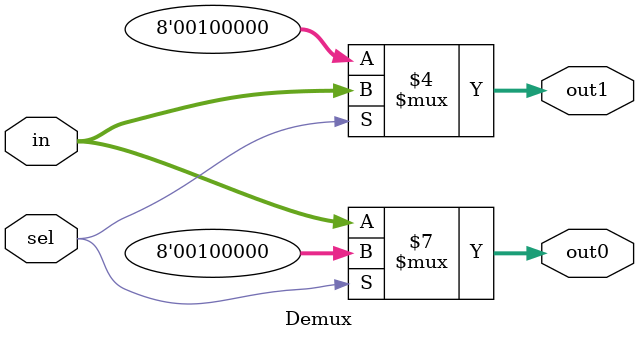
<source format=v>
`timescale 1ns / 1ps


module Demux(
        input [7:0]in,
        input sel,
        output reg [7:0]out0,
        output reg [7:0]out1
    );
    
    always @(*)
        begin
        if(sel == 0)
            begin 
            out0 = in;
            out1 = 32;
            end
        else 
            begin 
            out1 = in;
            out0 = 32;
            end
        end
endmodule

</source>
